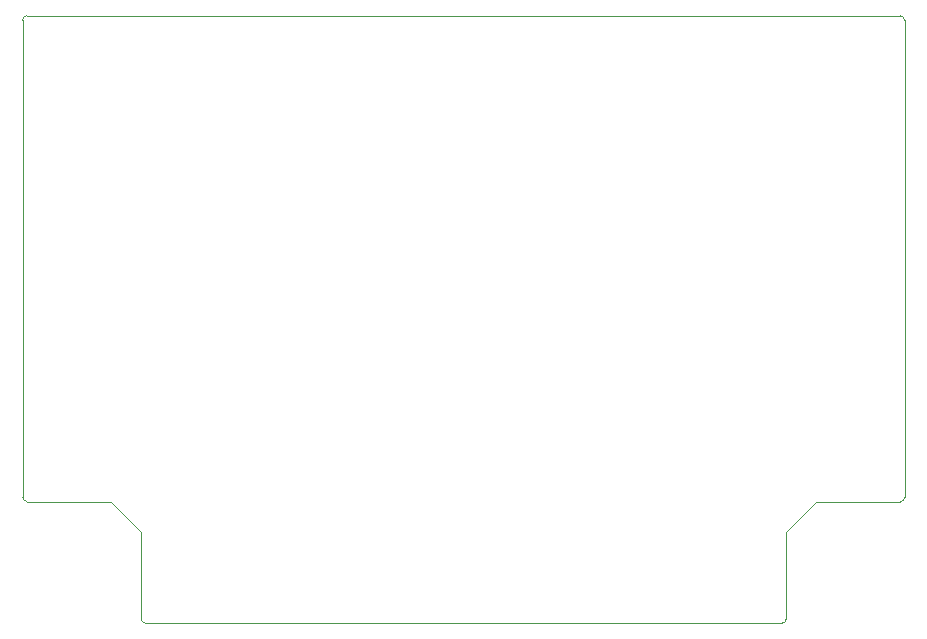
<source format=gbr>
%TF.GenerationSoftware,KiCad,Pcbnew,(5.1.6-0)*%
%TF.CreationDate,2021-08-25T01:08:22-07:00*%
%TF.ProjectId,mate-net-monitor,6d617465-2d6e-4657-942d-6d6f6e69746f,P1*%
%TF.SameCoordinates,PX6b4f310PY74ffa90*%
%TF.FileFunction,Profile,NP*%
%FSLAX46Y46*%
G04 Gerber Fmt 4.6, Leading zero omitted, Abs format (unit mm)*
G04 Created by KiCad (PCBNEW (5.1.6-0)) date 2021-08-25 01:08:22*
%MOMM*%
%LPD*%
G01*
G04 APERTURE LIST*
%TA.AperFunction,Profile*%
%ADD10C,0.100000*%
%TD*%
G04 APERTURE END LIST*
D10*
X381000Y10287000D02*
G75*
G02*
X0Y10668000I0J381000D01*
G01*
X10414000Y0D02*
G75*
G02*
X10033000Y381000I0J381000D01*
G01*
X64643000Y381000D02*
G75*
G02*
X64262000Y0I-381000J0D01*
G01*
X74676000Y10668000D02*
G75*
G02*
X74295000Y10287000I-381000J0D01*
G01*
X74295000Y51435000D02*
G75*
G02*
X74676000Y51054000I0J-381000D01*
G01*
X0Y51054000D02*
G75*
G02*
X381000Y51435000I381000J0D01*
G01*
X67183000Y10287000D02*
X64643000Y7747000D01*
X10033000Y7747000D02*
X7493000Y10287000D01*
X74295000Y51435000D02*
X381000Y51435000D01*
X74676000Y10668000D02*
X74676000Y51054000D01*
X67183000Y10287000D02*
X74295000Y10287000D01*
X64643000Y381000D02*
X64643000Y7747000D01*
X10414000Y0D02*
X64262000Y0D01*
X10033000Y7747000D02*
X10033000Y381000D01*
X381000Y10287000D02*
X7493000Y10287000D01*
X0Y51054000D02*
X0Y10668000D01*
M02*

</source>
